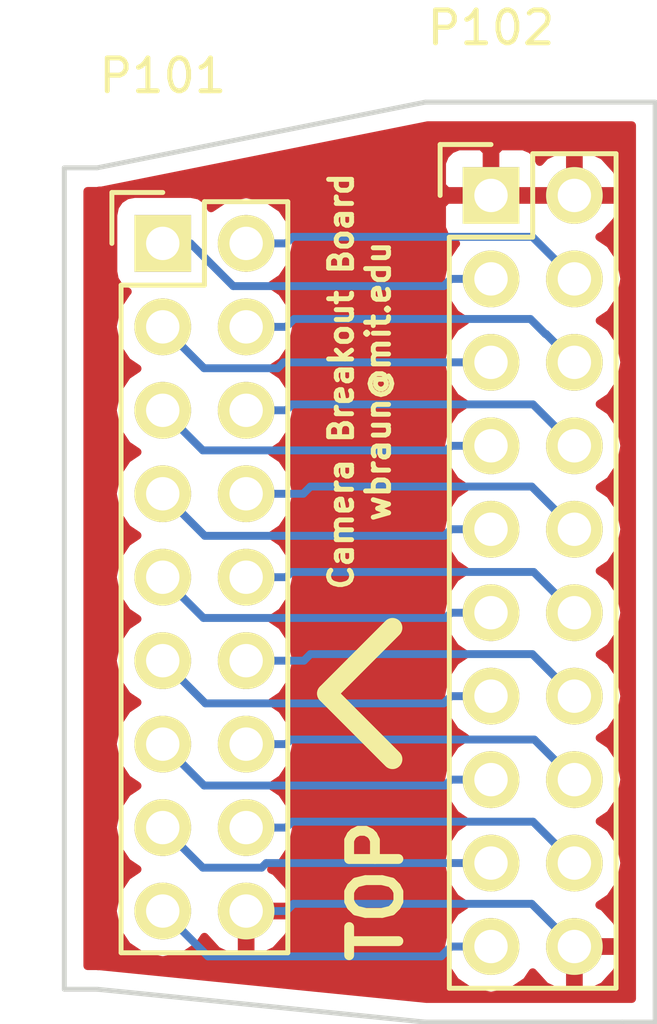
<source format=kicad_pcb>
(kicad_pcb (version 4) (host pcbnew 4.0.4+e1-6308~48~ubuntu14.04.1-stable)

  (general
    (links 20)
    (no_connects 0)
    (area 110.006667 96.805 130.075001 128.075001)
    (thickness 1.6)
    (drawings 13)
    (tracks 75)
    (zones 0)
    (modules 2)
    (nets 19)
  )

  (page A4)
  (layers
    (0 F.Cu signal)
    (31 B.Cu signal)
    (32 B.Adhes user)
    (33 F.Adhes user)
    (34 B.Paste user)
    (35 F.Paste user)
    (36 B.SilkS user)
    (37 F.SilkS user)
    (38 B.Mask user)
    (39 F.Mask user)
    (40 Dwgs.User user)
    (41 Cmts.User user)
    (42 Eco1.User user)
    (43 Eco2.User user)
    (44 Edge.Cuts user)
    (45 Margin user)
    (46 B.CrtYd user)
    (47 F.CrtYd user)
    (48 B.Fab user)
    (49 F.Fab user)
  )

  (setup
    (last_trace_width 0.16)
    (user_trace_width 0.16)
    (user_trace_width 0.24)
    (trace_clearance 0.16)
    (zone_clearance 0.508)
    (zone_45_only no)
    (trace_min 0.16)
    (segment_width 0.2)
    (edge_width 0.15)
    (via_size 0.72)
    (via_drill 0.34)
    (via_min_size 0.72)
    (via_min_drill 0.34)
    (user_via 0.72 0.34)
    (uvia_size 0.3)
    (uvia_drill 0.1)
    (uvias_allowed no)
    (uvia_min_size 0.2)
    (uvia_min_drill 0.1)
    (pcb_text_width 0.3)
    (pcb_text_size 1.5 1.5)
    (mod_edge_width 0.15)
    (mod_text_size 1 1)
    (mod_text_width 0.15)
    (pad_size 1.524 1.524)
    (pad_drill 0.762)
    (pad_to_mask_clearance 0.1)
    (aux_axis_origin 0 0)
    (visible_elements FFFFFF7F)
    (pcbplotparams
      (layerselection 0x010f0_80000001)
      (usegerberextensions false)
      (excludeedgelayer true)
      (linewidth 0.100000)
      (plotframeref false)
      (viasonmask false)
      (mode 1)
      (useauxorigin false)
      (hpglpennumber 1)
      (hpglpenspeed 20)
      (hpglpendiameter 15)
      (hpglpenoverlay 2)
      (psnegative false)
      (psa4output false)
      (plotreference false)
      (plotvalue false)
      (plotinvisibletext false)
      (padsonsilk false)
      (subtractmaskfromsilk false)
      (outputformat 1)
      (mirror false)
      (drillshape 0)
      (scaleselection 1)
      (outputdirectory gerbers_camera_side/))
  )

  (net 0 "")
  (net 1 /RESET)
  (net 2 /PWDN)
  (net 3 /D1)
  (net 4 /D0)
  (net 5 /D3)
  (net 6 /D2)
  (net 7 /D5)
  (net 8 /D4)
  (net 9 /D7)
  (net 10 /D6)
  (net 11 /PCLK)
  (net 12 /XCLK)
  (net 13 /VSYNC)
  (net 14 /HREF)
  (net 15 /SIOC)
  (net 16 /SIOD)
  (net 17 /3V3)
  (net 18 /GND)

  (net_class Default "This is the default net class."
    (clearance 0.16)
    (trace_width 0.16)
    (via_dia 0.72)
    (via_drill 0.34)
    (uvia_dia 0.3)
    (uvia_drill 0.1)
    (add_net /3V3)
    (add_net /D0)
    (add_net /D1)
    (add_net /D2)
    (add_net /D3)
    (add_net /D4)
    (add_net /D5)
    (add_net /D6)
    (add_net /D7)
    (add_net /GND)
    (add_net /HREF)
    (add_net /PCLK)
    (add_net /PWDN)
    (add_net /RESET)
    (add_net /SIOC)
    (add_net /SIOD)
    (add_net /VSYNC)
    (add_net /XCLK)
  )

  (module Pin_Headers:Pin_Header_Straight_2x09 (layer F.Cu) (tedit 0) (tstamp 581025CD)
    (at 115 104.3)
    (descr "Through hole pin header")
    (tags "pin header")
    (path /58102111)
    (fp_text reference P101 (at 0 -5.1) (layer F.SilkS)
      (effects (font (size 1 1) (thickness 0.15)))
    )
    (fp_text value CONN_02X09 (at 0 -3.1) (layer F.Fab)
      (effects (font (size 1 1) (thickness 0.15)))
    )
    (fp_line (start -1.75 -1.75) (end -1.75 22.1) (layer F.CrtYd) (width 0.05))
    (fp_line (start 4.3 -1.75) (end 4.3 22.1) (layer F.CrtYd) (width 0.05))
    (fp_line (start -1.75 -1.75) (end 4.3 -1.75) (layer F.CrtYd) (width 0.05))
    (fp_line (start -1.75 22.1) (end 4.3 22.1) (layer F.CrtYd) (width 0.05))
    (fp_line (start 3.81 21.59) (end 3.81 -1.27) (layer F.SilkS) (width 0.15))
    (fp_line (start -1.27 1.27) (end -1.27 21.59) (layer F.SilkS) (width 0.15))
    (fp_line (start 3.81 21.59) (end -1.27 21.59) (layer F.SilkS) (width 0.15))
    (fp_line (start 3.81 -1.27) (end 1.27 -1.27) (layer F.SilkS) (width 0.15))
    (fp_line (start 0 -1.55) (end -1.55 -1.55) (layer F.SilkS) (width 0.15))
    (fp_line (start 1.27 -1.27) (end 1.27 1.27) (layer F.SilkS) (width 0.15))
    (fp_line (start 1.27 1.27) (end -1.27 1.27) (layer F.SilkS) (width 0.15))
    (fp_line (start -1.55 -1.55) (end -1.55 0) (layer F.SilkS) (width 0.15))
    (pad 1 thru_hole rect (at 0 0) (size 1.7272 1.7272) (drill 1.016) (layers *.Cu *.Mask F.SilkS)
      (net 1 /RESET))
    (pad 2 thru_hole oval (at 2.54 0) (size 1.7272 1.7272) (drill 1.016) (layers *.Cu *.Mask F.SilkS)
      (net 2 /PWDN))
    (pad 3 thru_hole oval (at 0 2.54) (size 1.7272 1.7272) (drill 1.016) (layers *.Cu *.Mask F.SilkS)
      (net 3 /D1))
    (pad 4 thru_hole oval (at 2.54 2.54) (size 1.7272 1.7272) (drill 1.016) (layers *.Cu *.Mask F.SilkS)
      (net 4 /D0))
    (pad 5 thru_hole oval (at 0 5.08) (size 1.7272 1.7272) (drill 1.016) (layers *.Cu *.Mask F.SilkS)
      (net 5 /D3))
    (pad 6 thru_hole oval (at 2.54 5.08) (size 1.7272 1.7272) (drill 1.016) (layers *.Cu *.Mask F.SilkS)
      (net 6 /D2))
    (pad 7 thru_hole oval (at 0 7.62) (size 1.7272 1.7272) (drill 1.016) (layers *.Cu *.Mask F.SilkS)
      (net 7 /D5))
    (pad 8 thru_hole oval (at 2.54 7.62) (size 1.7272 1.7272) (drill 1.016) (layers *.Cu *.Mask F.SilkS)
      (net 8 /D4))
    (pad 9 thru_hole oval (at 0 10.16) (size 1.7272 1.7272) (drill 1.016) (layers *.Cu *.Mask F.SilkS)
      (net 9 /D7))
    (pad 10 thru_hole oval (at 2.54 10.16) (size 1.7272 1.7272) (drill 1.016) (layers *.Cu *.Mask F.SilkS)
      (net 10 /D6))
    (pad 11 thru_hole oval (at 0 12.7) (size 1.7272 1.7272) (drill 1.016) (layers *.Cu *.Mask F.SilkS)
      (net 11 /PCLK))
    (pad 12 thru_hole oval (at 2.54 12.7) (size 1.7272 1.7272) (drill 1.016) (layers *.Cu *.Mask F.SilkS)
      (net 12 /XCLK))
    (pad 13 thru_hole oval (at 0 15.24) (size 1.7272 1.7272) (drill 1.016) (layers *.Cu *.Mask F.SilkS)
      (net 13 /VSYNC))
    (pad 14 thru_hole oval (at 2.54 15.24) (size 1.7272 1.7272) (drill 1.016) (layers *.Cu *.Mask F.SilkS)
      (net 14 /HREF))
    (pad 15 thru_hole oval (at 0 17.78) (size 1.7272 1.7272) (drill 1.016) (layers *.Cu *.Mask F.SilkS)
      (net 15 /SIOC))
    (pad 16 thru_hole oval (at 2.54 17.78) (size 1.7272 1.7272) (drill 1.016) (layers *.Cu *.Mask F.SilkS)
      (net 16 /SIOD))
    (pad 17 thru_hole oval (at 0 20.32) (size 1.7272 1.7272) (drill 1.016) (layers *.Cu *.Mask F.SilkS)
      (net 17 /3V3))
    (pad 18 thru_hole oval (at 2.54 20.32) (size 1.7272 1.7272) (drill 1.016) (layers *.Cu *.Mask F.SilkS)
      (net 18 /GND))
    (model Pin_Headers.3dshapes/Pin_Header_Straight_2x09.wrl
      (at (xyz 0.05 -0.4 0))
      (scale (xyz 1 1 1))
      (rotate (xyz 0 0 90))
    )
  )

  (module Pin_Headers:Pin_Header_Straight_2x10 (layer F.Cu) (tedit 0) (tstamp 581025E5)
    (at 125 102.84)
    (descr "Through hole pin header")
    (tags "pin header")
    (path /581021B7)
    (fp_text reference P102 (at 0 -5.1) (layer F.SilkS)
      (effects (font (size 1 1) (thickness 0.15)))
    )
    (fp_text value CONN_02X10 (at 0 -3.1) (layer F.Fab)
      (effects (font (size 1 1) (thickness 0.15)))
    )
    (fp_line (start -1.75 -1.75) (end -1.75 24.65) (layer F.CrtYd) (width 0.05))
    (fp_line (start 4.3 -1.75) (end 4.3 24.65) (layer F.CrtYd) (width 0.05))
    (fp_line (start -1.75 -1.75) (end 4.3 -1.75) (layer F.CrtYd) (width 0.05))
    (fp_line (start -1.75 24.65) (end 4.3 24.65) (layer F.CrtYd) (width 0.05))
    (fp_line (start 3.81 24.13) (end 3.81 -1.27) (layer F.SilkS) (width 0.15))
    (fp_line (start -1.27 1.27) (end -1.27 24.13) (layer F.SilkS) (width 0.15))
    (fp_line (start 3.81 24.13) (end -1.27 24.13) (layer F.SilkS) (width 0.15))
    (fp_line (start 3.81 -1.27) (end 1.27 -1.27) (layer F.SilkS) (width 0.15))
    (fp_line (start 0 -1.55) (end -1.55 -1.55) (layer F.SilkS) (width 0.15))
    (fp_line (start 1.27 -1.27) (end 1.27 1.27) (layer F.SilkS) (width 0.15))
    (fp_line (start 1.27 1.27) (end -1.27 1.27) (layer F.SilkS) (width 0.15))
    (fp_line (start -1.55 -1.55) (end -1.55 0) (layer F.SilkS) (width 0.15))
    (pad 1 thru_hole rect (at 0 0) (size 1.7272 1.7272) (drill 1.016) (layers *.Cu *.Mask F.SilkS)
      (net 18 /GND))
    (pad 2 thru_hole oval (at 2.54 0) (size 1.7272 1.7272) (drill 1.016) (layers *.Cu *.Mask F.SilkS)
      (net 18 /GND))
    (pad 3 thru_hole oval (at 0 2.54) (size 1.7272 1.7272) (drill 1.016) (layers *.Cu *.Mask F.SilkS)
      (net 1 /RESET))
    (pad 4 thru_hole oval (at 2.54 2.54) (size 1.7272 1.7272) (drill 1.016) (layers *.Cu *.Mask F.SilkS)
      (net 2 /PWDN))
    (pad 5 thru_hole oval (at 0 5.08) (size 1.7272 1.7272) (drill 1.016) (layers *.Cu *.Mask F.SilkS)
      (net 3 /D1))
    (pad 6 thru_hole oval (at 2.54 5.08) (size 1.7272 1.7272) (drill 1.016) (layers *.Cu *.Mask F.SilkS)
      (net 4 /D0))
    (pad 7 thru_hole oval (at 0 7.62) (size 1.7272 1.7272) (drill 1.016) (layers *.Cu *.Mask F.SilkS)
      (net 5 /D3))
    (pad 8 thru_hole oval (at 2.54 7.62) (size 1.7272 1.7272) (drill 1.016) (layers *.Cu *.Mask F.SilkS)
      (net 6 /D2))
    (pad 9 thru_hole oval (at 0 10.16) (size 1.7272 1.7272) (drill 1.016) (layers *.Cu *.Mask F.SilkS)
      (net 7 /D5))
    (pad 10 thru_hole oval (at 2.54 10.16) (size 1.7272 1.7272) (drill 1.016) (layers *.Cu *.Mask F.SilkS)
      (net 8 /D4))
    (pad 11 thru_hole oval (at 0 12.7) (size 1.7272 1.7272) (drill 1.016) (layers *.Cu *.Mask F.SilkS)
      (net 9 /D7))
    (pad 12 thru_hole oval (at 2.54 12.7) (size 1.7272 1.7272) (drill 1.016) (layers *.Cu *.Mask F.SilkS)
      (net 10 /D6))
    (pad 13 thru_hole oval (at 0 15.24) (size 1.7272 1.7272) (drill 1.016) (layers *.Cu *.Mask F.SilkS)
      (net 11 /PCLK))
    (pad 14 thru_hole oval (at 2.54 15.24) (size 1.7272 1.7272) (drill 1.016) (layers *.Cu *.Mask F.SilkS)
      (net 12 /XCLK))
    (pad 15 thru_hole oval (at 0 17.78) (size 1.7272 1.7272) (drill 1.016) (layers *.Cu *.Mask F.SilkS)
      (net 13 /VSYNC))
    (pad 16 thru_hole oval (at 2.54 17.78) (size 1.7272 1.7272) (drill 1.016) (layers *.Cu *.Mask F.SilkS)
      (net 14 /HREF))
    (pad 17 thru_hole oval (at 0 20.32) (size 1.7272 1.7272) (drill 1.016) (layers *.Cu *.Mask F.SilkS)
      (net 15 /SIOC))
    (pad 18 thru_hole oval (at 2.54 20.32) (size 1.7272 1.7272) (drill 1.016) (layers *.Cu *.Mask F.SilkS)
      (net 16 /SIOD))
    (pad 19 thru_hole oval (at 0 22.86) (size 1.7272 1.7272) (drill 1.016) (layers *.Cu *.Mask F.SilkS)
      (net 17 /3V3))
    (pad 20 thru_hole oval (at 2.54 22.86) (size 1.7272 1.7272) (drill 1.016) (layers *.Cu *.Mask F.SilkS)
      (net 18 /GND))
    (model Pin_Headers.3dshapes/Pin_Header_Straight_2x10.wrl
      (at (xyz 0.05 -0.45 0))
      (scale (xyz 1 1 1))
      (rotate (xyz 0 0 90))
    )
  )

  (gr_line (start 120 118) (end 122 116) (layer F.SilkS) (width 0.6))
  (gr_line (start 120 118) (end 122 120) (layer F.SilkS) (width 0.6))
  (gr_text TOP (at 121.5 124 90) (layer F.SilkS)
    (effects (font (size 1.5 1.5) (thickness 0.3)))
  )
  (gr_text "Camera Breakout Board\nwbraun@mit.edu" (at 121 108.5 90) (layer F.SilkS)
    (effects (font (size 0.7 0.7) (thickness 0.15)))
  )
  (gr_line (start 113 127) (end 112 127) (layer Edge.Cuts) (width 0.15))
  (gr_line (start 123 128) (end 113 127) (layer Edge.Cuts) (width 0.15))
  (gr_line (start 129 128) (end 123 128) (layer Edge.Cuts) (width 0.15))
  (gr_line (start 123 100) (end 113 102) (layer Edge.Cuts) (width 0.15))
  (gr_line (start 130 100) (end 123 100) (layer Edge.Cuts) (width 0.15))
  (gr_line (start 130 128) (end 130 100) (layer Edge.Cuts) (width 0.15))
  (gr_line (start 129 128) (end 130 128) (layer Edge.Cuts) (width 0.15))
  (gr_line (start 112 102) (end 112 127) (layer Edge.Cuts) (width 0.15))
  (gr_line (start 113 102) (end 112 102) (layer Edge.Cuts) (width 0.15))

  (segment (start 117.14747 105.6) (end 123.558686 105.6) (width 0.24) (layer B.Cu) (net 1))
  (segment (start 123.558686 105.6) (end 123.778686 105.38) (width 0.24) (layer B.Cu) (net 1))
  (segment (start 123.778686 105.38) (end 125 105.38) (width 0.24) (layer B.Cu) (net 1))
  (segment (start 115 104.3) (end 115.84747 104.3) (width 0.24) (layer B.Cu) (net 1))
  (segment (start 115.84747 104.3) (end 117.14747 105.6) (width 0.24) (layer B.Cu) (net 1))
  (segment (start 118.961314 104.1) (end 126.26 104.1) (width 0.24) (layer B.Cu) (net 2))
  (segment (start 126.26 104.1) (end 127.54 105.38) (width 0.24) (layer B.Cu) (net 2))
  (segment (start 117.54 104.3) (end 118.761314 104.3) (width 0.24) (layer B.Cu) (net 2))
  (segment (start 118.761314 104.3) (end 118.961314 104.1) (width 0.24) (layer B.Cu) (net 2))
  (segment (start 125 107.92) (end 118.68 107.92) (width 0.24) (layer B.Cu) (net 3))
  (segment (start 118.68 107.92) (end 118.5 108.1) (width 0.24) (layer B.Cu) (net 3))
  (segment (start 118.5 108.1) (end 116.26 108.1) (width 0.24) (layer B.Cu) (net 3))
  (segment (start 116.26 108.1) (end 115 106.84) (width 0.24) (layer B.Cu) (net 3))
  (segment (start 126.2 106.6) (end 119.001314 106.6) (width 0.24) (layer B.Cu) (net 4))
  (segment (start 119.001314 106.6) (end 118.761314 106.84) (width 0.24) (layer B.Cu) (net 4))
  (segment (start 118.761314 106.84) (end 117.54 106.84) (width 0.24) (layer B.Cu) (net 4))
  (segment (start 126.656401 107.056401) (end 126.2 106.6) (width 0.24) (layer B.Cu) (net 4))
  (segment (start 127.54 107.92) (end 126.676401 107.056401) (width 0.24) (layer B.Cu) (net 4))
  (segment (start 126.676401 107.056401) (end 126.656401 107.056401) (width 0.24) (layer B.Cu) (net 4))
  (segment (start 123.638686 110.6) (end 116.22 110.6) (width 0.24) (layer B.Cu) (net 5))
  (segment (start 116.22 110.6) (end 115 109.38) (width 0.24) (layer B.Cu) (net 5))
  (segment (start 125 110.46) (end 123.778686 110.46) (width 0.24) (layer B.Cu) (net 5))
  (segment (start 123.778686 110.46) (end 123.638686 110.6) (width 0.24) (layer B.Cu) (net 5))
  (segment (start 118.941314 109.2) (end 126.28 109.2) (width 0.24) (layer B.Cu) (net 6))
  (segment (start 126.28 109.2) (end 127.54 110.46) (width 0.24) (layer B.Cu) (net 6))
  (segment (start 117.54 109.38) (end 118.761314 109.38) (width 0.24) (layer B.Cu) (net 6))
  (segment (start 118.761314 109.38) (end 118.941314 109.2) (width 0.24) (layer B.Cu) (net 6))
  (segment (start 125 113) (end 123.778686 113) (width 0.24) (layer B.Cu) (net 7))
  (segment (start 123.778686 113) (end 123.578686 113.2) (width 0.24) (layer B.Cu) (net 7))
  (segment (start 123.578686 113.2) (end 116.28 113.2) (width 0.24) (layer B.Cu) (net 7))
  (segment (start 116.28 113.2) (end 115 111.92) (width 0.24) (layer B.Cu) (net 7))
  (segment (start 119.5 111.7) (end 119.28 111.92) (width 0.24) (layer B.Cu) (net 8))
  (segment (start 119.28 111.92) (end 117.54 111.92) (width 0.24) (layer B.Cu) (net 8))
  (segment (start 126.24 111.7) (end 119.5 111.7) (width 0.24) (layer B.Cu) (net 8))
  (segment (start 127.54 113) (end 126.24 111.7) (width 0.24) (layer B.Cu) (net 8))
  (segment (start 125 115.54) (end 123.778686 115.54) (width 0.24) (layer B.Cu) (net 9))
  (segment (start 123.778686 115.54) (end 123.618686 115.7) (width 0.24) (layer B.Cu) (net 9))
  (segment (start 123.618686 115.7) (end 116.24 115.7) (width 0.24) (layer B.Cu) (net 9))
  (segment (start 116.24 115.7) (end 115 114.46) (width 0.24) (layer B.Cu) (net 9))
  (segment (start 126.3 114.3) (end 118.921314 114.3) (width 0.24) (layer B.Cu) (net 10))
  (segment (start 118.921314 114.3) (end 118.761314 114.46) (width 0.24) (layer B.Cu) (net 10))
  (segment (start 118.761314 114.46) (end 117.54 114.46) (width 0.24) (layer B.Cu) (net 10))
  (segment (start 127.54 115.54) (end 126.3 114.3) (width 0.24) (layer B.Cu) (net 10))
  (segment (start 125 118.08) (end 123.778686 118.08) (width 0.24) (layer B.Cu) (net 11))
  (segment (start 123.778686 118.08) (end 123.558686 118.3) (width 0.24) (layer B.Cu) (net 11))
  (segment (start 123.558686 118.3) (end 116.3 118.3) (width 0.24) (layer B.Cu) (net 11))
  (segment (start 116.3 118.3) (end 115 117) (width 0.24) (layer B.Cu) (net 11))
  (segment (start 119.5 116.8) (end 119.3 117) (width 0.24) (layer B.Cu) (net 12))
  (segment (start 119.3 117) (end 117.54 117) (width 0.24) (layer B.Cu) (net 12))
  (segment (start 126.26 116.8) (end 119.5 116.8) (width 0.24) (layer B.Cu) (net 12))
  (segment (start 127.54 118.08) (end 126.26 116.8) (width 0.24) (layer B.Cu) (net 12))
  (segment (start 125 120.62) (end 123.778686 120.62) (width 0.24) (layer B.Cu) (net 13))
  (segment (start 123.778686 120.62) (end 123.598686 120.8) (width 0.24) (layer B.Cu) (net 13))
  (segment (start 123.598686 120.8) (end 116.26 120.8) (width 0.24) (layer B.Cu) (net 13))
  (segment (start 116.26 120.8) (end 115 119.54) (width 0.24) (layer B.Cu) (net 13))
  (segment (start 117.54 119.54) (end 118.761314 119.54) (width 0.24) (layer B.Cu) (net 14))
  (segment (start 118.761314 119.54) (end 118.901314 119.4) (width 0.24) (layer B.Cu) (net 14))
  (segment (start 118.901314 119.4) (end 126.32 119.4) (width 0.24) (layer B.Cu) (net 14))
  (segment (start 126.32 119.4) (end 127.54 120.62) (width 0.24) (layer B.Cu) (net 14))
  (segment (start 118.01253 123.3) (end 116.22 123.3) (width 0.24) (layer B.Cu) (net 15))
  (segment (start 116.22 123.3) (end 115 122.08) (width 0.24) (layer B.Cu) (net 15))
  (segment (start 125 123.16) (end 118.15253 123.16) (width 0.24) (layer B.Cu) (net 15))
  (segment (start 118.15253 123.16) (end 118.01253 123.3) (width 0.24) (layer B.Cu) (net 15))
  (segment (start 126.28 121.9) (end 118.941314 121.9) (width 0.24) (layer B.Cu) (net 16))
  (segment (start 118.941314 121.9) (end 118.761314 122.08) (width 0.24) (layer B.Cu) (net 16))
  (segment (start 118.761314 122.08) (end 117.54 122.08) (width 0.24) (layer B.Cu) (net 16))
  (segment (start 127.54 123.16) (end 126.28 121.9) (width 0.24) (layer B.Cu) (net 16))
  (segment (start 123.478686 126) (end 116.38 126) (width 0.24) (layer B.Cu) (net 17))
  (segment (start 116.38 126) (end 115 124.62) (width 0.24) (layer B.Cu) (net 17))
  (segment (start 125 125.7) (end 123.778686 125.7) (width 0.24) (layer B.Cu) (net 17))
  (segment (start 123.778686 125.7) (end 123.478686 126) (width 0.24) (layer B.Cu) (net 17))
  (segment (start 126.24 124.4) (end 118.981314 124.4) (width 0.24) (layer B.Cu) (net 18))
  (segment (start 118.981314 124.4) (end 118.761314 124.62) (width 0.24) (layer B.Cu) (net 18))
  (segment (start 118.761314 124.62) (end 117.54 124.62) (width 0.24) (layer B.Cu) (net 18))
  (segment (start 127.54 125.7) (end 126.24 124.4) (width 0.24) (layer B.Cu) (net 18))

  (zone (net 18) (net_name /GND) (layer F.Cu) (tstamp 0) (hatch edge 0.508)
    (connect_pads (clearance 0.508))
    (min_thickness 0.254)
    (fill yes (arc_segments 16) (thermal_gap 0.508) (thermal_bridge_width 0.508))
    (polygon
      (pts
        (xy 112.5 102.5) (xy 112.5 126.5) (xy 113 126.5) (xy 123 127.5) (xy 129.5 127.5)
        (xy 129.5 100.5) (xy 123 100.5) (xy 113 102.5)
      )
    )
    (filled_polygon
      (pts
        (xy 129.29 127.29) (xy 123.035408 127.29) (xy 113.070648 126.293524) (xy 113.035065 126.296975) (xy 113 126.29)
        (xy 112.71 126.29) (xy 112.71 106.84) (xy 113.472041 106.84) (xy 113.586115 107.413489) (xy 113.910971 107.89967)
        (xy 114.225752 108.11) (xy 113.910971 108.32033) (xy 113.586115 108.806511) (xy 113.472041 109.38) (xy 113.586115 109.953489)
        (xy 113.910971 110.43967) (xy 114.225752 110.65) (xy 113.910971 110.86033) (xy 113.586115 111.346511) (xy 113.472041 111.92)
        (xy 113.586115 112.493489) (xy 113.910971 112.97967) (xy 114.225752 113.19) (xy 113.910971 113.40033) (xy 113.586115 113.886511)
        (xy 113.472041 114.46) (xy 113.586115 115.033489) (xy 113.910971 115.51967) (xy 114.225752 115.73) (xy 113.910971 115.94033)
        (xy 113.586115 116.426511) (xy 113.472041 117) (xy 113.586115 117.573489) (xy 113.910971 118.05967) (xy 114.225752 118.27)
        (xy 113.910971 118.48033) (xy 113.586115 118.966511) (xy 113.472041 119.54) (xy 113.586115 120.113489) (xy 113.910971 120.59967)
        (xy 114.225752 120.81) (xy 113.910971 121.02033) (xy 113.586115 121.506511) (xy 113.472041 122.08) (xy 113.586115 122.653489)
        (xy 113.910971 123.13967) (xy 114.225752 123.35) (xy 113.910971 123.56033) (xy 113.586115 124.046511) (xy 113.472041 124.62)
        (xy 113.586115 125.193489) (xy 113.910971 125.67967) (xy 114.397152 126.004526) (xy 114.970641 126.1186) (xy 115.029359 126.1186)
        (xy 115.602848 126.004526) (xy 116.089029 125.67967) (xy 116.269992 125.408839) (xy 116.65151 125.826821) (xy 117.180973 126.074968)
        (xy 117.413 125.954469) (xy 117.413 124.747) (xy 117.667 124.747) (xy 117.667 125.954469) (xy 117.899027 126.074968)
        (xy 118.42849 125.826821) (xy 118.822688 125.394947) (xy 118.994958 124.979026) (xy 118.873817 124.747) (xy 117.667 124.747)
        (xy 117.413 124.747) (xy 117.393 124.747) (xy 117.393 124.493) (xy 117.413 124.493) (xy 117.413 124.473)
        (xy 117.667 124.473) (xy 117.667 124.493) (xy 118.873817 124.493) (xy 118.994958 124.260974) (xy 118.822688 123.845053)
        (xy 118.42849 123.413179) (xy 118.305772 123.355664) (xy 118.629029 123.13967) (xy 118.953885 122.653489) (xy 119.067959 122.08)
        (xy 118.953885 121.506511) (xy 118.629029 121.02033) (xy 118.314248 120.81) (xy 118.629029 120.59967) (xy 118.953885 120.113489)
        (xy 119.067959 119.54) (xy 118.953885 118.966511) (xy 118.629029 118.48033) (xy 118.314248 118.27) (xy 118.629029 118.05967)
        (xy 118.953885 117.573489) (xy 119.067959 117) (xy 118.953885 116.426511) (xy 118.629029 115.94033) (xy 118.314248 115.73)
        (xy 118.629029 115.51967) (xy 118.953885 115.033489) (xy 119.067959 114.46) (xy 118.953885 113.886511) (xy 118.629029 113.40033)
        (xy 118.314248 113.19) (xy 118.629029 112.97967) (xy 118.953885 112.493489) (xy 119.067959 111.92) (xy 118.953885 111.346511)
        (xy 118.629029 110.86033) (xy 118.314248 110.65) (xy 118.629029 110.43967) (xy 118.953885 109.953489) (xy 119.067959 109.38)
        (xy 118.953885 108.806511) (xy 118.629029 108.32033) (xy 118.314248 108.11) (xy 118.629029 107.89967) (xy 118.953885 107.413489)
        (xy 119.067959 106.84) (xy 118.953885 106.266511) (xy 118.629029 105.78033) (xy 118.314248 105.57) (xy 118.598603 105.38)
        (xy 123.472041 105.38) (xy 123.586115 105.953489) (xy 123.910971 106.43967) (xy 124.225752 106.65) (xy 123.910971 106.86033)
        (xy 123.586115 107.346511) (xy 123.472041 107.92) (xy 123.586115 108.493489) (xy 123.910971 108.97967) (xy 124.225752 109.19)
        (xy 123.910971 109.40033) (xy 123.586115 109.886511) (xy 123.472041 110.46) (xy 123.586115 111.033489) (xy 123.910971 111.51967)
        (xy 124.225752 111.73) (xy 123.910971 111.94033) (xy 123.586115 112.426511) (xy 123.472041 113) (xy 123.586115 113.573489)
        (xy 123.910971 114.05967) (xy 124.225752 114.27) (xy 123.910971 114.48033) (xy 123.586115 114.966511) (xy 123.472041 115.54)
        (xy 123.586115 116.113489) (xy 123.910971 116.59967) (xy 124.225752 116.81) (xy 123.910971 117.02033) (xy 123.586115 117.506511)
        (xy 123.472041 118.08) (xy 123.586115 118.653489) (xy 123.910971 119.13967) (xy 124.225752 119.35) (xy 123.910971 119.56033)
        (xy 123.586115 120.046511) (xy 123.472041 120.62) (xy 123.586115 121.193489) (xy 123.910971 121.67967) (xy 124.225752 121.89)
        (xy 123.910971 122.10033) (xy 123.586115 122.586511) (xy 123.472041 123.16) (xy 123.586115 123.733489) (xy 123.910971 124.21967)
        (xy 124.225752 124.43) (xy 123.910971 124.64033) (xy 123.586115 125.126511) (xy 123.472041 125.7) (xy 123.586115 126.273489)
        (xy 123.910971 126.75967) (xy 124.397152 127.084526) (xy 124.970641 127.1986) (xy 125.029359 127.1986) (xy 125.602848 127.084526)
        (xy 126.089029 126.75967) (xy 126.269992 126.488839) (xy 126.65151 126.906821) (xy 127.180973 127.154968) (xy 127.413 127.034469)
        (xy 127.413 125.827) (xy 127.667 125.827) (xy 127.667 127.034469) (xy 127.899027 127.154968) (xy 128.42849 126.906821)
        (xy 128.822688 126.474947) (xy 128.994958 126.059026) (xy 128.873817 125.827) (xy 127.667 125.827) (xy 127.413 125.827)
        (xy 127.393 125.827) (xy 127.393 125.573) (xy 127.413 125.573) (xy 127.413 125.553) (xy 127.667 125.553)
        (xy 127.667 125.573) (xy 128.873817 125.573) (xy 128.994958 125.340974) (xy 128.822688 124.925053) (xy 128.42849 124.493179)
        (xy 128.305772 124.435664) (xy 128.629029 124.21967) (xy 128.953885 123.733489) (xy 129.067959 123.16) (xy 128.953885 122.586511)
        (xy 128.629029 122.10033) (xy 128.314248 121.89) (xy 128.629029 121.67967) (xy 128.953885 121.193489) (xy 129.067959 120.62)
        (xy 128.953885 120.046511) (xy 128.629029 119.56033) (xy 128.314248 119.35) (xy 128.629029 119.13967) (xy 128.953885 118.653489)
        (xy 129.067959 118.08) (xy 128.953885 117.506511) (xy 128.629029 117.02033) (xy 128.314248 116.81) (xy 128.629029 116.59967)
        (xy 128.953885 116.113489) (xy 129.067959 115.54) (xy 128.953885 114.966511) (xy 128.629029 114.48033) (xy 128.314248 114.27)
        (xy 128.629029 114.05967) (xy 128.953885 113.573489) (xy 129.067959 113) (xy 128.953885 112.426511) (xy 128.629029 111.94033)
        (xy 128.314248 111.73) (xy 128.629029 111.51967) (xy 128.953885 111.033489) (xy 129.067959 110.46) (xy 128.953885 109.886511)
        (xy 128.629029 109.40033) (xy 128.314248 109.19) (xy 128.629029 108.97967) (xy 128.953885 108.493489) (xy 129.067959 107.92)
        (xy 128.953885 107.346511) (xy 128.629029 106.86033) (xy 128.314248 106.65) (xy 128.629029 106.43967) (xy 128.953885 105.953489)
        (xy 129.067959 105.38) (xy 128.953885 104.806511) (xy 128.629029 104.32033) (xy 128.305772 104.104336) (xy 128.42849 104.046821)
        (xy 128.822688 103.614947) (xy 128.994958 103.199026) (xy 128.873817 102.967) (xy 127.667 102.967) (xy 127.667 102.987)
        (xy 127.413 102.987) (xy 127.413 102.967) (xy 125.127 102.967) (xy 125.127 102.987) (xy 124.873 102.987)
        (xy 124.873 102.967) (xy 123.66015 102.967) (xy 123.5014 103.12575) (xy 123.5014 103.82991) (xy 123.598073 104.063299)
        (xy 123.776702 104.241927) (xy 123.932023 104.306263) (xy 123.910971 104.32033) (xy 123.586115 104.806511) (xy 123.472041 105.38)
        (xy 118.598603 105.38) (xy 118.629029 105.35967) (xy 118.953885 104.873489) (xy 119.067959 104.3) (xy 118.953885 103.726511)
        (xy 118.629029 103.24033) (xy 118.142848 102.915474) (xy 117.569359 102.8014) (xy 117.510641 102.8014) (xy 116.937152 102.915474)
        (xy 116.471558 103.226574) (xy 116.466762 103.201083) (xy 116.32769 102.984959) (xy 116.11549 102.839969) (xy 115.8636 102.78896)
        (xy 114.1364 102.78896) (xy 113.901083 102.833238) (xy 113.684959 102.97231) (xy 113.539969 103.18451) (xy 113.48896 103.4364)
        (xy 113.48896 105.1636) (xy 113.533238 105.398917) (xy 113.67231 105.615041) (xy 113.88451 105.760031) (xy 113.928131 105.768864)
        (xy 113.910971 105.78033) (xy 113.586115 106.266511) (xy 113.472041 106.84) (xy 112.71 106.84) (xy 112.71 102.71)
        (xy 113 102.71) (xy 113.068946 102.696286) (xy 113.139242 102.696212) (xy 117.369852 101.85009) (xy 123.5014 101.85009)
        (xy 123.5014 102.55425) (xy 123.66015 102.713) (xy 124.873 102.713) (xy 124.873 101.50015) (xy 125.127 101.50015)
        (xy 125.127 102.713) (xy 127.413 102.713) (xy 127.413 101.505531) (xy 127.667 101.505531) (xy 127.667 102.713)
        (xy 128.873817 102.713) (xy 128.994958 102.480974) (xy 128.822688 102.065053) (xy 128.42849 101.633179) (xy 127.899027 101.385032)
        (xy 127.667 101.505531) (xy 127.413 101.505531) (xy 127.180973 101.385032) (xy 126.65151 101.633179) (xy 126.484529 101.816119)
        (xy 126.401927 101.616701) (xy 126.223298 101.438073) (xy 125.989909 101.3414) (xy 125.28575 101.3414) (xy 125.127 101.50015)
        (xy 124.873 101.50015) (xy 124.71425 101.3414) (xy 124.010091 101.3414) (xy 123.776702 101.438073) (xy 123.598073 101.616701)
        (xy 123.5014 101.85009) (xy 117.369852 101.85009) (xy 123.070302 100.71) (xy 129.29 100.71)
      )
    )
  )
)

</source>
